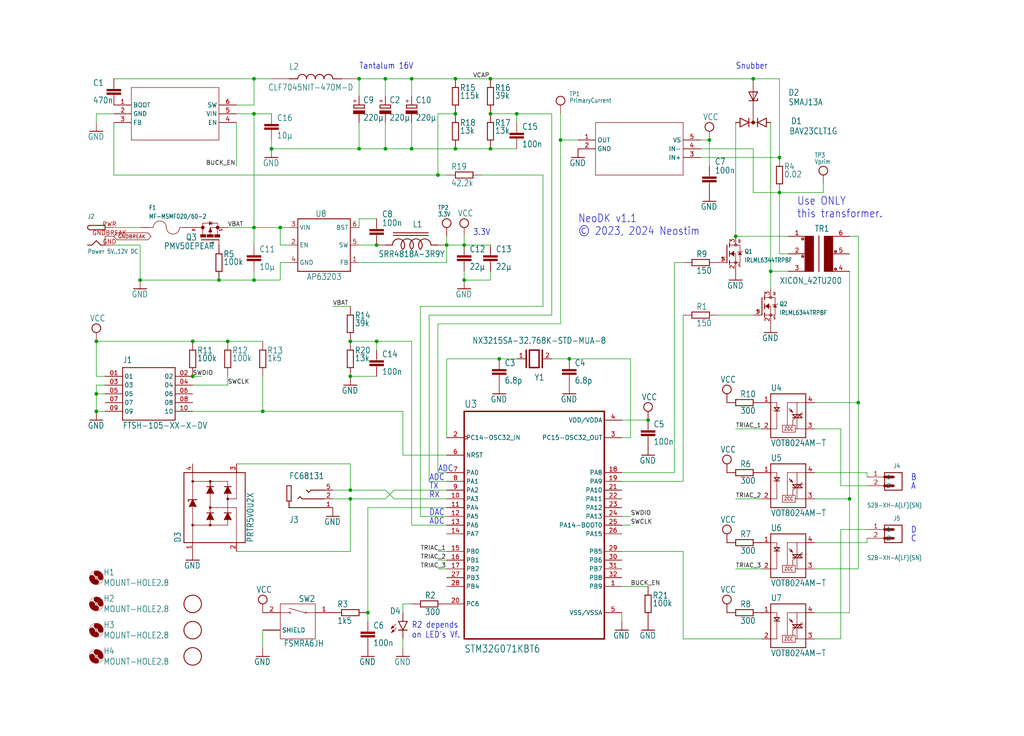
<source format=kicad_sch>
(kicad_sch (version 20231120) (generator "eeschema") (generator_version "8.0")
  (paper "User" 297.002 213.563)
  (junction (at 132.08 22.86))
  (junction (at 223.52 78.74))
  (junction (at 40.64 81.28))
  (junction (at 73.66 22.86))
  (junction (at 73.66 81.28))
  (junction (at 27.94 119.38))
  (junction (at 106.68 177.8))
  (junction (at 187.96 121.92))
  (junction (at 134.62 71.12))
  (junction (at 142.24 22.86))
  (junction (at 73.66 33.02))
  (junction (at 66.04 99.06))
  (junction (at 73.66 66.04))
  (junction (at 81.28 66.04))
  (junction (at 63.5 81.28))
  (junction (at 129.54 71.12))
  (junction (at 134.62 81.28))
  (junction (at 218.44 22.86))
  (junction (at 78.74 43.18))
  (junction (at 248.92 116.84))
  (junction (at 111.76 43.18))
  (junction (at 109.22 99.06))
  (junction (at 27.94 114.3))
  (junction (at 132.08 43.18))
  (junction (at 226.06 45.72))
  (junction (at 127 50.8))
  (junction (at 226.06 55.88))
  (junction (at 246.38 144.78))
  (junction (at 142.24 33.02))
  (junction (at 142.24 43.18))
  (junction (at 27.94 99.06))
  (junction (at 104.14 43.18))
  (junction (at 111.76 22.86))
  (junction (at 55.88 109.22))
  (junction (at 119.38 22.86))
  (junction (at 144.78 104.14))
  (junction (at 213.36 68.58))
  (junction (at 101.6 109.22))
  (junction (at 109.22 71.12))
  (junction (at 165.1 104.14))
  (junction (at 104.14 22.86))
  (junction (at 205.74 40.64))
  (junction (at 149.86 33.02))
  (junction (at 101.6 99.06))
  (junction (at 55.88 99.06))
  (junction (at 101.6 144.78))
  (junction (at 119.38 43.18))
  (junction (at 101.6 142.24))
  (junction (at 76.2 119.38))
  (junction (at 132.08 33.02))
  (junction (at 162.56 40.64))
  (wire (pts (xy 116.84 177.8) (xy 116.84 175.26)) (stroke (width 0.1524)))
  (wire (pts (xy 236.22 157.48) (xy 251.46 157.48)) (stroke (width 0.1524)))
  (wire (pts (xy 73.66 33.02) (xy 73.66 66.04)) (stroke (width 0.1524)))
  (wire (pts (xy 248.92 116.84) (xy 248.92 137.16)) (stroke (width 0.1524)))
  (wire (pts (xy 127 93.98) (xy 162.56 93.98)) (stroke (width 0.1524)))
  (wire (pts (xy 68.58 134.62) (xy 101.6 134.62)) (stroke (width 0.1524)))
  (wire (pts (xy 134.62 71.12) (xy 142.24 71.12)) (stroke (width 0.1524)))
  (wire (pts (xy 129.54 104.14) (xy 144.78 104.14)) (stroke (width 0.1524)))
  (wire (pts (xy 208.28 91.44) (xy 218.44 91.44)) (stroke (width 0.1524)))
  (wire (pts (xy 160.02 104.14) (xy 165.1 104.14)) (stroke (width 0.1524)))
  (wire (pts (xy 195.58 137.16) (xy 180.34 137.16)) (stroke (width 0.1524)))
  (wire (pts (xy 198.12 91.44) (xy 198.12 139.7)) (stroke (width 0.1524)))
  (wire (pts (xy 27.94 109.22) (xy 27.94 99.06)) (stroke (width 0.1524)))
  (wire (pts (xy 238.76 55.88) (xy 238.76 53.34)) (stroke (width 0.1524)))
  (wire (pts (xy 213.36 144.78) (xy 220.98 144.78)) (stroke (width 0.1524)))
  (wire (pts (xy 66.04 99.06) (xy 55.88 99.06)) (stroke (width 0.1524)))
  (wire (pts (xy 76.2 119.38) (xy 116.84 119.38)) (stroke (width 0.1524)))
  (wire (pts (xy 157.48 88.9) (xy 121.92 88.9)) (stroke (width 0.1524)))
  (wire (pts (xy 157.48 50.8) (xy 157.48 88.9)) (stroke (width 0.1524)))
  (wire (pts (xy 33.02 50.8) (xy 127 50.8)) (stroke (width 0.1524)))
  (wire (pts (xy 160.02 33.02) (xy 160.02 91.44)) (stroke (width 0.1524)))
  (wire (pts (xy 76.2 119.38) (xy 55.88 119.38)) (stroke (width 0.1524)))
  (wire (pts (xy 101.6 144.78) (xy 96.52 144.78)) (stroke (width 0.1524)))
  (wire (pts (xy 109.22 99.06) (xy 119.38 99.06)) (stroke (width 0.1524)))
  (wire (pts (xy 243.84 153.67) (xy 243.84 185.42)) (stroke (width 0.1524)))
  (wire (pts (xy 104.14 76.2) (xy 129.54 76.2)) (stroke (width 0.1524)))
  (wire (pts (xy 129.54 165.1) (xy 127 165.1)) (stroke (width 0.1524)))
  (wire (pts (xy 76.2 182.88) (xy 76.2 187.96)) (stroke (width 0.1524)))
  (wire (pts (xy 198.12 76.2) (xy 195.58 76.2)) (stroke (width 0.1524)))
  (wire (pts (xy 30.48 119.38) (xy 27.94 119.38)) (stroke (width 0.1524)))
  (wire (pts (xy 205.74 40.64) (xy 203.2 40.64)) (stroke (width 0.1524)))
  (wire (pts (xy 134.62 68.58) (xy 134.62 71.12)) (stroke (width 0.1524)))
  (wire (pts (xy 248.92 68.58) (xy 248.92 116.84)) (stroke (width 0.1524)))
  (wire (pts (xy 129.54 127) (xy 129.54 104.14)) (stroke (width 0.1524)))
  (wire (pts (xy 220.98 165.1) (xy 213.36 165.1)) (stroke (width 0.1524)))
  (wire (pts (xy 119.38 43.18) (xy 132.08 43.18)) (stroke (width 0.1524)))
  (wire (pts (xy 127 33.02) (xy 127 50.8)) (stroke (width 0.1524)))
  (wire (pts (xy 119.38 144.78) (xy 114.3 144.78)) (stroke (width 0.1524)))
  (wire (pts (xy 111.76 43.18) (xy 119.38 43.18)) (stroke (width 0.1524)))
  (wire (pts (xy 76.2 99.06) (xy 66.04 99.06)) (stroke (width 0.1524)))
  (wire (pts (xy 40.64 71.12) (xy 33.02 71.12)) (stroke (width 0.1524)))
  (wire (pts (xy 104.14 71.12) (xy 109.22 71.12)) (stroke (width 0.1524)))
  (wire (pts (xy 30.48 114.3) (xy 27.94 114.3)) (stroke (width 0.1524)))
  (wire (pts (xy 162.56 33.02) (xy 162.56 40.64)) (stroke (width 0.1524)))
  (wire (pts (xy 251.46 153.67) (xy 243.84 153.67)) (stroke (width 0.1524)))
  (wire (pts (xy 251.46 138.43) (xy 251.46 137.16)) (stroke (width 0.1524)))
  (wire (pts (xy 134.62 81.28) (xy 134.62 78.74)) (stroke (width 0.1524)))
  (wire (pts (xy 218.44 43.18) (xy 218.44 55.88)) (stroke (width 0.1524)))
  (wire (pts (xy 111.76 142.24) (xy 101.6 142.24)) (stroke (width 0.1524)))
  (wire (pts (xy 101.6 160.02) (xy 101.6 144.78)) (stroke (width 0.1524)))
  (wire (pts (xy 248.92 165.1) (xy 246.38 165.1)) (stroke (width 0.1524)))
  (wire (pts (xy 81.28 71.12) (xy 81.28 66.04)) (stroke (width 0.1524)))
  (wire (pts (xy 81.28 76.2) (xy 83.82 76.2)) (stroke (width 0.1524)))
  (wire (pts (xy 116.84 132.08) (xy 129.54 132.08)) (stroke (width 0.1524)))
  (wire (pts (xy 109.22 109.22) (xy 101.6 109.22)) (stroke (width 0.1524)))
  (wire (pts (xy 180.34 170.18) (xy 187.96 170.18)) (stroke (width 0.1524)))
  (wire (pts (xy 33.02 35.56) (xy 33.02 50.8)) (stroke (width 0.1524)))
  (wire (pts (xy 246.38 68.58) (xy 248.92 68.58)) (stroke (width 0.1524)))
  (wire (pts (xy 139.7 50.8) (xy 157.48 50.8)) (stroke (width 0.1524)))
  (wire (pts (xy 246.38 165.1) (xy 236.22 165.1)) (stroke (width 0.1524)))
  (wire (pts (xy 165.1 104.14) (xy 182.88 104.14)) (stroke (width 0.1524)))
  (wire (pts (xy 205.74 48.26) (xy 205.74 40.64)) (stroke (width 0.1524)))
  (wire (pts (xy 127 50.8) (xy 129.54 50.8)) (stroke (width 0.1524)))
  (wire (pts (xy 116.84 119.38) (xy 116.84 132.08)) (stroke (width 0.1524)))
  (wire (pts (xy 236.22 137.16) (xy 251.46 137.16)) (stroke (width 0.1524)))
  (wire (pts (xy 116.84 185.42) (xy 116.84 187.96)) (stroke (width 0.1524)))
  (wire (pts (xy 81.28 76.2) (xy 81.28 81.28)) (stroke (width 0.1524)))
  (wire (pts (xy 129.54 76.2) (xy 129.54 71.12)) (stroke (width 0.1524)))
  (wire (pts (xy 111.76 35.56) (xy 111.76 43.18)) (stroke (width 0.1524)))
  (wire (pts (xy 198.12 160.02) (xy 180.34 160.02)) (stroke (width 0.1524)))
  (wire (pts (xy 129.54 144.78) (xy 119.38 144.78)) (stroke (width 0.1524)))
  (wire (pts (xy 149.86 33.02) (xy 160.02 33.02)) (stroke (width 0.1524)))
  (wire (pts (xy 104.14 27.94) (xy 104.14 22.86)) (stroke (width 0.1524)))
  (wire (pts (xy 198.12 185.42) (xy 220.98 185.42)) (stroke (width 0.1524)))
  (wire (pts (xy 129.54 162.56) (xy 127 162.56)) (stroke (width 0.1524)))
  (wire (pts (xy 121.92 88.9) (xy 121.92 149.86)) (stroke (width 0.1524)))
  (wire (pts (xy 129.54 71.12) (xy 134.62 71.12)) (stroke (width 0.1524)))
  (wire (pts (xy 132.08 22.86) (xy 142.24 22.86)) (stroke (width 0.1524)))
  (wire (pts (xy 101.6 134.62) (xy 101.6 142.24)) (stroke (width 0.1524)))
  (wire (pts (xy 119.38 152.4) (xy 129.54 152.4)) (stroke (width 0.1524)))
  (wire (pts (xy 223.52 78.74) (xy 223.52 68.58)) (stroke (width 0.1524)))
  (wire (pts (xy 106.68 180.34) (xy 106.68 177.8)) (stroke (width 0.1524)))
  (wire (pts (xy 73.66 71.12) (xy 73.66 66.04)) (stroke (width 0.1524)))
  (wire (pts (xy 246.38 144.78) (xy 246.38 177.8)) (stroke (width 0.1524)))
  (wire (pts (xy 119.38 22.86) (xy 132.08 22.86)) (stroke (width 0.1524)))
  (wire (pts (xy 40.64 66.04) (xy 33.02 66.04)) (stroke (width 0.1524)))
  (wire (pts (xy 236.22 116.84) (xy 248.92 116.84)) (stroke (width 0.1524)))
  (wire (pts (xy 101.6 142.24) (xy 96.52 142.24)) (stroke (width 0.1524)))
  (wire (pts (xy 213.36 68.58) (xy 213.36 35.56)) (stroke (width 0.1524)))
  (wire (pts (xy 195.58 76.2) (xy 195.58 137.16)) (stroke (width 0.1524)))
  (wire (pts (xy 30.48 109.22) (xy 27.94 109.22)) (stroke (width 0.1524)))
  (wire (pts (xy 129.54 137.16) (xy 127 137.16)) (stroke (width 0.1524)))
  (wire (pts (xy 180.34 121.92) (xy 187.96 121.92)) (stroke (width 0.1524)))
  (wire (pts (xy 81.28 66.04) (xy 83.82 66.04)) (stroke (width 0.1524)))
  (wire (pts (xy 116.84 175.26) (xy 119.38 175.26)) (stroke (width 0.1524)))
  (wire (pts (xy 243.84 124.46) (xy 236.22 124.46)) (stroke (width 0.1524)))
  (wire (pts (xy 30.48 111.76) (xy 27.94 111.76)) (stroke (width 0.1524)))
  (wire (pts (xy 68.58 35.56) (xy 68.58 48.26)) (stroke (width 0.1524)))
  (wire (pts (xy 121.92 149.86) (xy 129.54 149.86)) (stroke (width 0.1524)))
  (wire (pts (xy 40.64 81.28) (xy 40.64 71.12)) (stroke (width 0.1524)))
  (wire (pts (xy 73.66 66.04) (xy 81.28 66.04)) (stroke (width 0.1524)))
  (wire (pts (xy 226.06 68.58) (xy 228.6 68.58)) (stroke (width 0.1524)))
  (wire (pts (xy 55.88 99.06) (xy 27.94 99.06)) (stroke (width 0.1524)))
  (wire (pts (xy 111.76 22.86) (xy 119.38 22.86)) (stroke (width 0.1524)))
  (wire (pts (xy 182.88 104.14) (xy 182.88 127)) (stroke (width 0.1524)))
  (wire (pts (xy 248.92 137.16) (xy 248.92 165.1)) (stroke (width 0.1524)))
  (wire (pts (xy 129.54 147.32) (xy 106.68 147.32)) (stroke (width 0.1524)))
  (wire (pts (xy 149.86 43.18) (xy 142.24 43.18)) (stroke (width 0.1524)))
  (wire (pts (xy 142.24 81.28) (xy 134.62 81.28)) (stroke (width 0.1524)))
  (wire (pts (xy 33.02 22.86) (xy 73.66 22.86)) (stroke (width 0.1524)))
  (wire (pts (xy 101.6 99.06) (xy 109.22 99.06)) (stroke (width 0.1524)))
  (wire (pts (xy 114.3 142.24) (xy 121.92 142.24)) (stroke (width 0.1524)))
  (wire (pts (xy 73.66 22.86) (xy 73.66 30.48)) (stroke (width 0.1524)))
  (wire (pts (xy 198.12 139.7) (xy 180.34 139.7)) (stroke (width 0.1524)))
  (wire (pts (xy 78.74 40.64) (xy 78.74 43.18)) (stroke (width 0.1524)))
  (wire (pts (xy 68.58 33.02) (xy 73.66 33.02)) (stroke (width 0.1524)))
  (wire (pts (xy 129.54 142.24) (xy 121.92 142.24)) (stroke (width 0.1524)))
  (wire (pts (xy 132.08 33.02) (xy 127 33.02)) (stroke (width 0.1524)))
  (wire (pts (xy 78.74 22.86) (xy 73.66 22.86)) (stroke (width 0.1524)))
  (wire (pts (xy 243.84 185.42) (xy 236.22 185.42)) (stroke (width 0.1524)))
  (wire (pts (xy 162.56 40.64) (xy 162.56 93.98)) (stroke (width 0.1524)))
  (wire (pts (xy 180.34 180.34) (xy 180.34 177.8)) (stroke (width 0.1524)))
  (wire (pts (xy 218.44 22.86) (xy 226.06 22.86)) (stroke (width 0.1524)))
  (wire (pts (xy 55.88 111.76) (xy 66.04 111.76)) (stroke (width 0.1524)))
  (wire (pts (xy 73.66 30.48) (xy 68.58 30.48)) (stroke (width 0.1524)))
  (wire (pts (xy 198.12 185.42) (xy 198.12 160.02)) (stroke (width 0.1524)))
  (wire (pts (xy 142.24 33.02) (xy 149.86 33.02)) (stroke (width 0.1524)))
  (wire (pts (xy 119.38 35.56) (xy 119.38 43.18)) (stroke (width 0.1524)))
  (wire (pts (xy 144.78 104.14) (xy 149.86 104.14)) (stroke (width 0.1524)))
  (wire (pts (xy 63.5 81.28) (xy 73.66 81.28)) (stroke (width 0.1524)))
  (wire (pts (xy 246.38 137.16) (xy 246.38 144.78)) (stroke (width 0.1524)))
  (wire (pts (xy 68.58 160.02) (xy 101.6 160.02)) (stroke (width 0.1524)))
  (wire (pts (xy 236.22 144.78) (xy 246.38 144.78)) (stroke (width 0.1524)))
  (wire (pts (xy 228.6 78.74) (xy 223.52 78.74)) (stroke (width 0.1524)))
  (wire (pts (xy 114.3 144.78) (xy 111.76 142.24)) (stroke (width 0.1524)))
  (wire (pts (xy 246.38 116.84) (xy 246.38 137.16)) (stroke (width 0.1524)))
  (wire (pts (xy 251.46 140.97) (xy 243.84 140.97)) (stroke (width 0.1524)))
  (wire (pts (xy 55.88 109.22) (xy 58.42 109.22)) (stroke (width 0.1524)))
  (wire (pts (xy 66.04 66.04) (xy 73.66 66.04)) (stroke (width 0.1524)))
  (wire (pts (xy 114.3 142.24) (xy 111.76 144.78)) (stroke (width 0.1524)))
  (wire (pts (xy 213.36 124.46) (xy 220.98 124.46)) (stroke (width 0.1524)))
  (wire (pts (xy 203.2 43.18) (xy 218.44 43.18)) (stroke (width 0.1524)))
  (wire (pts (xy 180.34 149.86) (xy 182.88 149.86)) (stroke (width 0.1524)))
  (wire (pts (xy 104.14 63.5) (xy 109.22 63.5)) (stroke (width 0.1524)))
  (wire (pts (xy 226.06 55.88) (xy 238.76 55.88)) (stroke (width 0.1524)))
  (wire (pts (xy 101.6 88.9) (xy 96.52 88.9)) (stroke (width 0.1524)))
  (wire (pts (xy 33.02 33.02) (xy 27.94 33.02)) (stroke (width 0.1524)))
  (wire (pts (xy 213.36 68.58) (xy 226.06 68.58)) (stroke (width 0.1524)))
  (wire (pts (xy 73.66 33.02) (xy 78.74 33.02)) (stroke (width 0.1524)))
  (wire (pts (xy 223.52 68.58) (xy 223.52 35.56)) (stroke (width 0.1524)))
  (wire (pts (xy 129.54 71.12) (xy 129.54 68.58)) (stroke (width 0.1524)))
  (wire (pts (xy 162.56 40.64) (xy 167.64 40.64)) (stroke (width 0.1524)))
  (wire (pts (xy 111.76 22.86) (xy 111.76 27.94)) (stroke (width 0.1524)))
  (wire (pts (xy 251.46 157.48) (xy 251.46 156.21)) (stroke (width 0.1524)))
  (wire (pts (xy 142.24 78.74) (xy 142.24 81.28)) (stroke (width 0.1524)))
  (wire (pts (xy 111.76 144.78) (xy 101.6 144.78)) (stroke (width 0.1524)))
  (wire (pts (xy 226.06 22.86) (xy 226.06 45.72)) (stroke (width 0.1524)))
  (wire (pts (xy 104.14 35.56) (xy 104.14 43.18)) (stroke (width 0.1524)))
  (wire (pts (xy 226.06 55.88) (xy 226.06 73.66)) (stroke (width 0.1524)))
  (wire (pts (xy 142.24 22.86) (xy 218.44 22.86)) (stroke (width 0.1524)))
  (wire (pts (xy 81.28 81.28) (xy 73.66 81.28)) (stroke (width 0.1524)))
  (wire (pts (xy 27.94 114.3) (xy 27.94 119.38)) (stroke (width 0.1524)))
  (wire (pts (xy 27.94 111.76) (xy 27.94 114.3)) (stroke (width 0.1524)))
  (wire (pts (xy 109.22 101.6) (xy 109.22 99.06)) (stroke (width 0.1524)))
  (wire (pts (xy 106.68 147.32) (xy 106.68 177.8)) (stroke (width 0.1524)))
  (wire (pts (xy 203.2 45.72) (xy 226.06 45.72)) (stroke (width 0.1524)))
  (wire (pts (xy 83.82 71.12) (xy 81.28 71.12)) (stroke (width 0.1524)))
  (wire (pts (xy 246.38 78.74) (xy 246.38 116.84)) (stroke (width 0.1524)))
  (wire (pts (xy 223.52 83.82) (xy 223.52 78.74)) (stroke (width 0.1524)))
  (wire (pts (xy 104.14 22.86) (xy 111.76 22.86)) (stroke (width 0.1524)))
  (wire (pts (xy 124.46 91.44) (xy 124.46 139.7)) (stroke (width 0.1524)))
  (wire (pts (xy 127 137.16) (xy 127 93.98)) (stroke (width 0.1524)))
  (wire (pts (xy 226.06 73.66) (xy 228.6 73.66)) (stroke (width 0.1524)))
  (wire (pts (xy 104.14 43.18) (xy 111.76 43.18)) (stroke (width 0.1524)))
  (wire (pts (xy 149.86 35.56) (xy 149.86 33.02)) (stroke (width 0.1524)))
  (wire (pts (xy 180.34 152.4) (xy 182.88 152.4)) (stroke (width 0.1524)))
  (wire (pts (xy 129.54 160.02) (xy 127 160.02)) (stroke (width 0.1524)))
  (wire (pts (xy 66.04 111.76) (xy 66.04 109.22)) (stroke (width 0.1524)))
  (wire (pts (xy 160.02 91.44) (xy 124.46 91.44)) (stroke (width 0.1524)))
  (wire (pts (xy 124.46 139.7) (xy 129.54 139.7)) (stroke (width 0.1524)))
  (wire (pts (xy 182.88 127) (xy 180.34 127)) (stroke (width 0.1524)))
  (wire (pts (xy 78.74 43.18) (xy 104.14 43.18)) (stroke (width 0.1524)))
  (wire (pts (xy 73.66 81.28) (xy 73.66 78.74)) (stroke (width 0.1524)))
  (wire (pts (xy 218.44 55.88) (xy 226.06 55.88)) (stroke (width 0.1524)))
  (wire (pts (xy 40.64 81.28) (xy 63.5 81.28)) (stroke (width 0.1524)))
  (wire (pts (xy 132.08 43.18) (xy 142.24 43.18)) (stroke (width 0.1524)))
  (wire (pts (xy 27.94 33.02) (xy 27.94 35.56)) (stroke (width 0.1524)))
  (wire (pts (xy 76.2 109.22) (xy 76.2 119.38)) (stroke (width 0.1524)))
  (wire (pts (xy 119.38 27.94) (xy 119.38 22.86)) (stroke (width 0.1524)))
  (wire (pts (xy 119.38 99.06) (xy 119.38 152.4)) (stroke (width 0.1524)))
  (wire (pts (xy 243.84 140.97) (xy 243.84 124.46)) (stroke (width 0.1524)))
  (wire (pts (xy 246.38 177.8) (xy 236.22 177.8)) (stroke (width 0.1524)))
  (wire (pts (xy 104.14 66.04) (xy 104.14 63.5)) (stroke (width 0.1524)))
  (text "A" (at 264.16 142.24 0) (effects (font (size 1.778 1.5113)) (justify left bottom)))
  (text "TX" (at 124.46 142.24 0) (effects (font (size 1.778 1.5113)) (justify left bottom)))
  (text "Tantalum 16V" (at 104.14 20.32 0) (effects (font (size 1.778 1.5113)) (justify left bottom)))
  (text "Snubber" (at 213.36 20.32 0) (effects (font (size 1.778 1.5113)) (justify left bottom)))
  (text "B" (at 264.16 139.7 0) (effects (font (size 1.778 1.5113)) (justify left bottom)))
  (text "ADC" (at 127 137.16 0) (effects (font (size 1.778 1.5113)) (justify left bottom)))
  (text "R2 depends\non LED's Vf." (at 119.38 185.42 0) (effects (font (size 1.778 1.5113)) (justify left bottom)))
  (text "D" (at 264.16 154.94 0) (effects (font (size 1.778 1.5113)) (justify left bottom)))
  (text "RX" (at 124.46 144.78 0) (effects (font (size 1.778 1.5113)) (justify left bottom)))
  (text "3.3V" (at 137.16 68.58 0) (effects (font (size 1.778 1.5113)) (justify left bottom)))
  (text "NeoDK v1.1\n© 2023, 2024 Neostim" (at 167.64 68.58 0) (effects (font (size 2.286 1.9431)) (justify left bottom)))
  (text "ADC" (at 124.46 139.7 0) (effects (font (size 1.778 1.5113)) (justify left bottom)))
  (text "ADC" (at 124.46 152.4 0) (effects (font (size 1.778 1.5113)) (justify left bottom)))
  (text "Use ONLY\nthis transformer." (at 231.14 63.5 0) (effects (font (size 2.286 1.9431)) (justify left bottom)))
  (text "C" (at 264.16 157.48 0) (effects (font (size 1.778 1.5113)) (justify left bottom)))
  (text "DAC" (at 124.46 149.86 0) (effects (font (size 1.778 1.5113)) (justify left bottom)))
  (label "SWCLK" (at 66.04 111.76 0) (effects (font (size 1.2446 1.2446))))
  (label "BUCK_EN" (at 59.69 48.26 0) (effects (font (size 1.2446 1.2446))))
  (label "TRIAC_3" (at 121.92 165.1 0) (effects (font (size 1.2446 1.2446))))
  (label "BUCK_EN" (at 182.88 170.18 0) (effects (font (size 1.2446 1.2446))))
  (label "SWDIO" (at 182.88 149.86 0) (effects (font (size 1.2446 1.2446))))
  (label "VBAT" (at 96.52 88.9 0) (effects (font (size 1.2446 1.2446))))
  (label "TRIAC_3" (at 213.36 165.1 0) (effects (font (size 1.2446 1.2446))))
  (label "VBAT" (at 66.04 66.04 0) (effects (font (size 1.2446 1.2446))))
  (label "TRIAC_2" (at 213.36 144.78 0) (effects (font (size 1.2446 1.2446))))
  (label "TRIAC_1" (at 121.92 160.02 0) (effects (font (size 1.2446 1.2446))))
  (label "TRIAC_1" (at 213.36 124.46 0) (effects (font (size 1.2446 1.2446))))
  (label "SWCLK" (at 182.88 152.4 0) (effects (font (size 1.2446 1.2446))))
  (label "VCAP" (at 137.16 22.86 0) (effects (font (size 1.2446 1.2446))))
  (label "SWDIO" (at 55.88 109.22 0) (effects (font (size 1.2446 1.2446))))
  (label "TRIAC_2" (at 121.92 162.56 0) (effects (font (size 1.2446 1.2446))))
  (global_label "GNDBREAK" (shape bidirectional) (at 33.02 68.58 0) (effects (font (size 1.016 1.016))) (property "Intersheetrefs" "${INTERSHEET_REFS}" (effects (hide yes))))
  (symbol (lib_id "neodk_v1-eagle-import:R-EU_R0603") (at 142.24 38.1 90) (unit 1)
    (property "Reference" "R17" (at 143.51 36.6014 90) (effects (font (size 1.778 1.5113)) (justify right top)))
    (property "Value" "13k" (at 143.51 38.862 90) (effects (font (size 1.778 1.5113)) (justify right top)))
    (property "Footprint" "neodk_v1:R0603" (effects (hide yes)))
  )
  (symbol (lib_id "neodk_v1-eagle-import:VCC") (at 210.82 175.26 0) (unit 1)
    (property "Reference" "#SUPPLY9" (effects (hide yes)))
    (property "Value" "VCC" (at 208.915 172.085 0) (effects (font (size 1.778 1.5113)) (justify left bottom)))
  )
  (symbol (lib_id "neodk_v1-eagle-import:CLF7045NIT-470M-D") (at 91.44 22.86 0) (unit 1)
    (property "Reference" "L2" (at 83.82 20.32 0) (effects (font (size 1.778 1.5113)) (justify left bottom)))
    (property "Value" "CLF7045NIT-470M-D" (at 77.724 24.384 0) (effects (font (size 1.778 1.5113)) (justify left top)))
    (property "Footprint" "neodk_v1:IND_CLF7045NIT-470M-D" (effects (hide yes)))
  )
  (symbol (lib_id "neodk_v1-eagle-import:VCC") (at 210.82 114.3 0) (unit 1)
    (property "Reference" "#SUPPLY6" (effects (hide yes)))
    (property "Value" "VCC" (at 208.915 111.125 0) (effects (font (size 1.778 1.5113)) (justify left bottom)))
  )
  (symbol (lib_id "neodk_v1-eagle-import:R-EU_R0603") (at 187.96 175.26 90) (unit 1)
    (property "Reference" "R21" (at 189.23 173.7614 90) (effects (font (size 1.778 1.5113)) (justify right top)))
    (property "Value" "100k" (at 189.23 176.022 90) (effects (font (size 1.778 1.5113)) (justify right top)))
    (property "Footprint" "neodk_v1:R0603" (effects (hide yes)))
  )
  (symbol (lib_id "neodk_v1-eagle-import:VCC") (at 27.94 96.52 0) (unit 1)
    (property "Reference" "#SUPPLY7" (effects (hide yes)))
    (property "Value" "VCC" (at 26.035 93.345 0) (effects (font (size 1.778 1.5113)) (justify left bottom)))
  )
  (symbol (lib_id "neodk_v1-eagle-import:R-EU_R1206") (at 226.06 50.8 90) (unit 1)
    (property "Reference" "R4" (at 227.33 49.3014 90) (effects (font (size 1.778 1.5113)) (justify right top)))
    (property "Value" "0.02" (at 227.33 51.562 90) (effects (font (size 1.778 1.5113)) (justify right top)))
    (property "Footprint" "neodk_v1:R1206" (effects (hide yes)))
    (property "OC_FARNELL" "3953982" (effects (hide yes)))
  )
  (symbol (lib_id "neodk_v1-eagle-import:S2B-XH-A(LF)(SN)") (at 259.08 139.7 0) (unit 1)
    (property "Reference" "J4" (at 259.08 135.89 0) (effects (font (size 1.272 1.0812)) (justify left bottom)))
    (property "Value" "S2B-XH-A(LF)(SN)" (at 251.46 147.32 0) (effects (font (size 1.2716 1.0808)) (justify left bottom)))
    (property "Footprint" "neodk_v1:JST_S2B-XH-A(LF)(SN)" (effects (hide yes)))
  )
  (symbol (lib_id "neodk_v1-eagle-import:SRR4818A-3R9Y") (at 119.38 71.12 0) (unit 1)
    (property "Reference" "L1" (at 119.634 66.04 0) (effects (font (size 1.778 1.5113)) (justify left bottom)))
    (property "Value" "SRR4818A-3R9Y" (at 109.728 74.676 0) (effects (font (size 1.778 1.5113)) (justify left bottom)))
    (property "Footprint" "neodk_v1:IND_SRR4818A-3R9Y" (effects (hide yes)))
  )
  (symbol (lib_id "neodk_v1-eagle-import:R-EU_R0603") (at 215.9 116.84 180) (unit 1)
    (property "Reference" "R10" (at 214.63 115.3414 0) (effects (font (size 1.778 1.5113)) (justify right top)))
    (property "Value" "300" (at 214.63 120.142 0) (effects (font (size 1.778 1.5113)) (justify right top)))
    (property "Footprint" "neodk_v1:R0603" (effects (hide yes)))
  )
  (symbol (lib_id "neodk_v1-eagle-import:AP63203") (at 93.98 71.12 0) (unit 1)
    (property "Reference" "U8" (at 91.44 62.992 0) (effects (font (size 1.778 1.5113)) (justify left bottom)))
    (property "Value" "AP63203" (at 88.9 81.28 0) (effects (font (size 1.778 1.5113)) (justify left bottom)))
    (property "Footprint" "neodk_v1:SOT23-6" (effects (hide yes)))
  )
  (symbol (lib_id "neodk_v1-eagle-import:C-EUC0603") (at 205.74 50.8 0) (unit 1)
    (property "Reference" "C7" (at 207.264 47.879 0) (effects (font (size 1.778 1.5113)) (justify left bottom)))
    (property "Value" "100n" (at 207.264 50.419 0) (effects (font (size 1.778 1.5113)) (justify left bottom)))
    (property "Footprint" "neodk_v1:C0603" (effects (hide yes)))
  )
  (symbol (lib_id "neodk_v1-eagle-import:GND") (at 213.36 81.28 0) (unit 1)
    (property "Reference" "#GND1" (effects (hide yes)))
    (property "Value" "GND" (at 210.82 83.82 0) (effects (font (size 1.778 1.5113)) (justify left bottom)))
  )
  (symbol (lib_id "neodk_v1-eagle-import:NX3215SA-32.768K-STD-MUA-8") (at 154.94 104.14 0) (unit 1)
    (property "Reference" "Y1" (at 154.9322 110.4842 0) (effects (font (size 1.7807 1.5135)) (justify left bottom)))
    (property "Value" "NX3215SA-32.768K-STD-MUA-8" (at 136.906 99.822 0) (effects (font (size 1.783 1.5155)) (justify left bottom)))
    (property "Footprint" "neodk_v1:XTAL_NX3215SA-32.768K-STD-MUA-8" (effects (hide yes)))
  )
  (symbol (lib_id "neodk_v1-eagle-import:GND") (at 167.64 45.72 0) (unit 1)
    (property "Reference" "#GND7" (effects (hide yes)))
    (property "Value" "GND" (at 165.1 48.26 0) (effects (font (size 1.778 1.5113)) (justify left bottom)))
  )
  (symbol (lib_id "neodk_v1-eagle-import:C-EUC0603") (at 149.86 38.1 0) (unit 1)
    (property "Reference" "C15" (at 151.384 37.719 0) (effects (font (size 1.778 1.5113)) (justify left bottom)))
    (property "Value" "100n" (at 151.384 42.799 0) (effects (font (size 1.778 1.5113)) (justify left bottom)))
    (property "Footprint" "neodk_v1:C0603" (effects (hide yes)))
  )
  (symbol (lib_id "neodk_v1-eagle-import:R-EU_R0603") (at 203.2 76.2 0) (unit 1)
    (property "Reference" "R9" (at 201.93 74.7014 0) (effects (font (size 1.778 1.5113)) (justify left bottom)))
    (property "Value" "150" (at 201.93 79.502 0) (effects (font (size 1.778 1.5113)) (justify left bottom)))
    (property "Footprint" "neodk_v1:R0603" (effects (hide yes)))
  )
  (symbol (lib_id "neodk_v1-eagle-import:XICON_42TU200") (at 236.22 73.66 0) (unit 1)
    (property "Reference" "TR1" (at 236.22 67.31 0) (effects (font (size 1.778 1.5113)) (justify left bottom)))
    (property "Value" "XICON_42TU200" (at 226.06 82.423 0) (effects (font (size 1.778 1.5113)) (justify left bottom)))
    (property "Footprint" "neodk_v1:42TUXXX" (effects (hide yes)))
  )
  (symbol (lib_id "neodk_v1-eagle-import:FIDUCIAL") (at 55.88 182.88 0) (unit 1)
    (property "Reference" "FID2" (effects (hide yes)))
    (property "Value" "FIDUCIAL" (effects (hide yes)))
    (property "Footprint" "neodk_v1:FIDUCIAL_1MM" (effects (hide yes)))
  )
  (symbol (lib_id "neodk_v1-eagle-import:TESTPOINTROUND1MM") (at 129.54 68.58 0) (unit 1)
    (property "Reference" "TP2" (at 127 60.96 0) (effects (font (size 1.27 1.0795)) (justify left bottom)))
    (property "Value" "3.3V" (at 127 62.865 0) (effects (font (size 1.27 1.0795)) (justify left bottom)))
    (property "Footprint" "neodk_v1:TESTPOINT_ROUND_1MM" (effects (hide yes)))
  )
  (symbol (lib_id "neodk_v1-eagle-import:C-EUC0603") (at 134.62 73.66 0) (unit 1)
    (property "Reference" "C12" (at 136.144 73.279 0) (effects (font (size 1.778 1.5113)) (justify left bottom)))
    (property "Value" "22µ" (at 136.144 78.359 0) (effects (font (size 1.778 1.5113)) (justify left bottom)))
    (property "Footprint" "neodk_v1:C0603" (effects (hide yes)))
  )
  (symbol (lib_id "neodk_v1-eagle-import:PMV50EPEAR") (at 60.96 68.58 270) (mirror x) (unit 1)
    (property "Reference" "Q3" (at 57.15 69.85 90) (effects (font (size 1.778 1.5113)) (justify right top)))
    (property "Value" "PMV50EPEAR" (at 62.23 72.39 90) (effects (font (size 1.778 1.5113)) (justify right top)))
    (property "Footprint" "neodk_v1:SOT23" (effects (hide yes)))
  )
  (symbol (lib_id "neodk_v1-eagle-import:FIDUCIAL") (at 55.88 175.26 0) (unit 1)
    (property "Reference" "FID1" (effects (hide yes)))
    (property "Value" "FIDUCIAL" (effects (hide yes)))
    (property "Footprint" "neodk_v1:FIDUCIAL_1MM" (effects (hide yes)))
  )
  (symbol (lib_id "neodk_v1-eagle-import:MOUNT-HOLE2.8") (at 27.94 175.26 0) (unit 1)
    (property "Reference" "H2" (at 29.972 174.6758 0) (effects (font (size 1.778 1.5113)) (justify left bottom)))
    (property "Value" "MOUNT-HOLE2.8" (at 29.972 177.7238 0) (effects (font (size 1.778 1.5113)) (justify left bottom)))
    (property "Footprint" "neodk_v1:2,8" (effects (hide yes)))
  )
  (symbol (lib_id "neodk_v1-eagle-import:VCC") (at 187.96 119.38 0) (unit 1)
    (property "Reference" "#SUPPLY5" (effects (hide yes)))
    (property "Value" "VCC" (at 186.055 116.205 0) (effects (font (size 1.778 1.5113)) (justify left bottom)))
  )
  (symbol (lib_id "neodk_v1-eagle-import:GND") (at 76.2 190.5 0) (unit 1)
    (property "Reference" "#GND3" (effects (hide yes)))
    (property "Value" "GND" (at 73.66 193.04 0) (effects (font (size 1.778 1.5113)) (justify left bottom)))
  )
  (symbol (lib_id "neodk_v1-eagle-import:VOT8024AM-T") (at 228.6 139.7 0) (unit 1)
    (property "Reference" "U5" (at 223.52 133.858 0) (effects (font (size 1.778 1.5113)) (justify left bottom)))
    (property "Value" "VOT8024AM-T" (at 223.52 149.86 0) (effects (font (size 1.778 1.5113)) (justify left bottom)))
    (property "Footprint" "neodk_v1:SOP254P675X240-4N" (effects (hide yes)))
  )
  (symbol (lib_id "neodk_v1-eagle-import:GND") (at 27.94 38.1 0) (unit 1)
    (property "Reference" "#GND16" (effects (hide yes)))
    (property "Value" "GND" (at 25.4 40.64 0) (effects (font (size 1.778 1.5113)) (justify left bottom)))
  )
  (symbol (lib_id "neodk_v1-eagle-import:GND") (at 116.84 190.5 0) (unit 1)
    (property "Reference" "#GND15" (effects (hide yes)))
    (property "Value" "GND" (at 114.3 193.04 0) (effects (font (size 1.778 1.5113)) (justify left bottom)))
  )
  (symbol (lib_id "neodk_v1-eagle-import:GND") (at 205.74 58.42 0) (unit 1)
    (property "Reference" "#GND8" (effects (hide yes)))
    (property "Value" "GND" (at 203.2 60.96 0) (effects (font (size 1.778 1.5113)) (justify left bottom)))
  )
  (symbol (lib_id "neodk_v1-eagle-import:DCBARRELPTH") (at 30.48 68.58 0) (unit 1)
    (property "Reference" "J2" (at 25.4 63.5 0) (effects (font (size 1.27 1.0795)) (justify left bottom)))
    (property "Value" "Power 5V..12V DC" (at 25.4 73.66 0) (effects (font (size 1.27 1.0795)) (justify left bottom)))
    (property "Footprint" "neodk_v1:DCJACK_2MM_PTH" (effects (hide yes)))
  )
  (symbol (lib_id "neodk_v1-eagle-import:C-EUC0603") (at 142.24 73.66 0) (unit 1)
    (property "Reference" "C13" (at 143.764 73.279 0) (effects (font (size 1.778 1.5113)) (justify left bottom)))
    (property "Value" "22µ" (at 143.764 78.359 0) (effects (font (size 1.778 1.5113)) (justify left bottom)))
    (property "Footprint" "neodk_v1:C0603" (effects (hide yes)))
  )
  (symbol (lib_id "neodk_v1-eagle-import:C-EUC0603") (at 165.1 106.68 0) (unit 1)
    (property "Reference" "C4" (at 166.624 106.299 0) (effects (font (size 1.778 1.5113)) (justify left bottom)))
    (property "Value" "6.8p" (at 166.624 111.379 0) (effects (font (size 1.778 1.5113)) (justify left bottom)))
    (property "Footprint" "neodk_v1:C0603" (effects (hide yes)))
    (property "OC_FARNELL" "721943" (effects (hide yes)))
  )
  (symbol (lib_id "neodk_v1-eagle-import:R-EU_R0603") (at 203.2 91.44 0) (unit 1)
    (property "Reference" "R1" (at 201.93 89.9414 0) (effects (font (size 1.778 1.5113)) (justify left bottom)))
    (property "Value" "150" (at 201.93 94.742 0) (effects (font (size 1.778 1.5113)) (justify left bottom)))
    (property "Footprint" "neodk_v1:R0603" (effects (hide yes)))
  )
  (symbol (lib_id "neodk_v1-eagle-import:C-EUC0603") (at 187.96 124.46 0) (unit 1)
    (property "Reference" "C5" (at 189.484 124.079 0) (effects (font (size 1.778 1.5113)) (justify left bottom)))
    (property "Value" "100n" (at 189.484 129.159 0) (effects (font (size 1.778 1.5113)) (justify left bottom)))
    (property "Footprint" "neodk_v1:C0603" (effects (hide yes)))
  )
  (symbol (lib_id "neodk_v1-eagle-import:R-EU_R0603") (at 55.88 104.14 90) (unit 1)
    (property "Reference" "R11" (at 57.15 102.6414 90) (effects (font (size 1.778 1.5113)) (justify right top)))
    (property "Value" "100k" (at 57.15 104.902 90) (effects (font (size 1.778 1.5113)) (justify right top)))
    (property "Footprint" "neodk_v1:R0603" (effects (hide yes)))
  )
  (symbol (lib_id "neodk_v1-eagle-import:CPOL-EUSMCD") (at 119.38 30.48 0) (unit 1)
    (property "Reference" "C10" (at 120.523 29.9974 0) (effects (font (size 1.778 1.5113)) (justify left bottom)))
    (property "Value" "220µ" (at 120.523 35.0774 0) (effects (font (size 1.778 1.5113)) (justify left bottom)))
    (property "Footprint" "neodk_v1:SMC_D" (effects (hide yes)))
    (property "MP" "TPSE227M016R0150" (effects (hide yes)))
    (property "OC_FARNELL" "2852794" (effects (hide yes)))
  )
  (symbol (lib_id "neodk_v1-eagle-import:R-EU_R0603") (at 215.9 177.8 180) (unit 1)
    (property "Reference" "R8" (at 214.63 176.3014 0) (effects (font (size 1.778 1.5113)) (justify right top)))
    (property "Value" "300" (at 214.63 181.102 0) (effects (font (size 1.778 1.5113)) (justify right top)))
    (property "Footprint" "neodk_v1:R0603" (effects (hide yes)))
  )
  (symbol (lib_id "neodk_v1-eagle-import:R-EU_R0603") (at 101.6 93.98 90) (unit 1)
    (property "Reference" "R14" (at 102.87 92.4814 90) (effects (font (size 1.778 1.5113)) (justify right top)))
    (property "Value" "39k" (at 102.87 94.742 90) (effects (font (size 1.778 1.5113)) (justify right top)))
    (property "Footprint" "neodk_v1:R0603" (effects (hide yes)))
  )
  (symbol (lib_id "neodk_v1-eagle-import:C-EUC0603") (at 144.78 106.68 0) (unit 1)
    (property "Reference" "C3" (at 146.304 106.299 0) (effects (font (size 1.778 1.5113)) (justify left bottom)))
    (property "Value" "6.8p" (at 146.304 111.379 0) (effects (font (size 1.778 1.5113)) (justify left bottom)))
    (property "Footprint" "neodk_v1:C0603" (effects (hide yes)))
    (property "OC_FARNELL" "721943" (effects (hide yes)))
  )
  (symbol (lib_id "neodk_v1-eagle-import:GND") (at 180.34 182.88 0) (unit 1)
    (property "Reference" "#GND4" (effects (hide yes)))
    (property "Value" "GND" (at 177.8 185.42 0) (effects (font (size 1.778 1.5113)) (justify left bottom)))
  )
  (symbol (lib_id "neodk_v1-eagle-import:FC68131") (at 88.9 147.32 0) (mirror x) (unit 1)
    (property "Reference" "J3" (at 83.82 149.86 0) (effects (font (size 1.778 1.5113)) (justify left bottom)))
    (property "Value" "FC68131" (at 83.82 137.16 0) (effects (font (size 1.778 1.5113)) (justify left bottom)))
    (property "Footprint" "neodk_v1:CLIFF_FC68131" (effects (hide yes)))
  )
  (symbol (lib_id "neodk_v1-eagle-import:DIODE-2AC|CASOT23") (at 218.44 35.56 0) (unit 1)
    (property "Reference" "D1" (at 229.362 36.0934 0) (effects (font (size 1.778 1.5113)) (justify left bottom)))
    (property "Value" "BAV23CLT1G" (at 228.854 39.0144 0) (effects (font (size 1.778 1.5113)) (justify left bottom)))
    (property "Footprint" "neodk_v1:SOT23" (effects (hide yes)))
    (property "OC_FARNELL" "2630280" (effects (hide yes)))
  )
  (symbol (lib_id "neodk_v1-eagle-import:STM32G071KBT6") (at 154.94 152.4 0) (unit 1)
    (property "Reference" "U3" (at 134.62 118.38 0) (effects (font (size 2.0828 1.7703)) (justify left bottom)))
    (property "Value" "STM32G071KBT6" (at 134.62 189.42 0) (effects (font (size 2.0828 1.7703)) (justify left bottom)))
    (property "Footprint" "neodk_v1:QFP80P900X900X160-32N" (effects (hide yes)))
    (property "OC_FARNELL" "3009964" (effects (hide yes)))
  )
  (symbol (lib_id "neodk_v1-eagle-import:GND") (at 187.96 132.08 0) (unit 1)
    (property "Reference" "#GND6" (effects (hide yes)))
    (property "Value" "GND" (at 185.42 134.62 0) (effects (font (size 1.778 1.5113)) (justify left bottom)))
  )
  (symbol (lib_id "neodk_v1-eagle-import:VCC") (at 205.74 38.1 0) (unit 1)
    (property "Reference" "#SUPPLY4" (effects (hide yes)))
    (property "Value" "VCC" (at 203.835 34.925 0) (effects (font (size 1.778 1.5113)) (justify left bottom)))
  )
  (symbol (lib_id "neodk_v1-eagle-import:CPOL-EUSMCD") (at 111.76 30.48 0) (unit 1)
    (property "Reference" "C2" (at 112.903 29.9974 0) (effects (font (size 1.778 1.5113)) (justify left bottom)))
    (property "Value" "220µ" (at 112.903 35.0774 0) (effects (font (size 1.778 1.5113)) (justify left bottom)))
    (property "Footprint" "neodk_v1:SMC_D" (effects (hide yes)))
    (property "MP" "TPSE227M016R0150" (effects (hide yes)))
    (property "OC_FARNELL" "2852794" (effects (hide yes)))
  )
  (symbol (lib_id "neodk_v1-eagle-import:GND") (at 27.94 121.92 0) (unit 1)
    (property "Reference" "#GND12" (effects (hide yes)))
    (property "Value" "GND" (at 25.4 124.46 0) (effects (font (size 1.778 1.5113)) (justify left bottom)))
  )
  (symbol (lib_id "neodk_v1-eagle-import:VCC") (at 210.82 154.94 0) (unit 1)
    (property "Reference" "#SUPPLY8" (effects (hide yes)))
    (property "Value" "VCC" (at 208.915 151.765 0) (effects (font (size 1.778 1.5113)) (justify left bottom)))
  )
  (symbol (lib_id "neodk_v1-eagle-import:SMAJ13A") (at 218.44 27.94 90) (unit 1)
    (property "Reference" "D2" (at 228.6035 27.816 90) (effects (font (size 1.7807 1.5135)) (justify right top)))
    (property "Value" "SMAJ13A" (at 228.6053 30.599 90) (effects (font (size 1.7822 1.5148)) (justify right top)))
    (property "Footprint" "neodk_v1:DIOM4325X250N" (effects (hide yes)))
  )
  (symbol (lib_id "neodk_v1-eagle-import:CPOL-EUSMCD") (at 104.14 30.48 0) (unit 1)
    (property "Reference" "C9" (at 105.283 29.9974 0) (effects (font (size 1.778 1.5113)) (justify left bottom)))
    (property "Value" "220µ" (at 105.283 35.0774 0) (effects (font (size 1.778 1.5113)) (justify left bottom)))
    (property "Footprint" "neodk_v1:SMC_D" (effects (hide yes)))
    (property "MP" "TPSE227M016R0150" (effects (hide yes)))
    (property "OC_FARNELL" "2852794" (effects (hide yes)))
  )
  (symbol (lib_id "neodk_v1-eagle-import:GND") (at 101.6 111.76 0) (unit 1)
    (property "Reference" "#GND20" (effects (hide yes)))
    (property "Value" "GND" (at 99.06 114.3 0) (effects (font (size 1.778 1.5113)) (justify left bottom)))
  )
  (symbol (lib_id "neodk_v1-eagle-import:MOUNT-HOLE2.8") (at 27.94 190.5 0) (unit 1)
    (property "Reference" "H4" (at 29.972 189.9158 0) (effects (font (size 1.778 1.5113)) (justify left bottom)))
    (property "Value" "MOUNT-HOLE2.8" (at 29.972 192.9638 0) (effects (font (size 1.778 1.5113)) (justify left bottom)))
    (property "Footprint" "neodk_v1:2,8" (effects (hide yes)))
  )
  (symbol (lib_id "neodk_v1-eagle-import:GND") (at 144.78 114.3 0) (unit 1)
    (property "Reference" "#GND10" (effects (hide yes)))
    (property "Value" "GND" (at 142.24 116.84 0) (effects (font (size 1.778 1.5113)) (justify left bottom)))
  )
  (symbol (lib_id "neodk_v1-eagle-import:R-EU_R0603") (at 215.9 157.48 180) (unit 1)
    (property "Reference" "R7" (at 214.63 155.9814 0) (effects (font (size 1.778 1.5113)) (justify right top)))
    (property "Value" "300" (at 214.63 160.782 0) (effects (font (size 1.778 1.5113)) (justify right top)))
    (property "Footprint" "neodk_v1:R0603" (effects (hide yes)))
  )
  (symbol (lib_id "neodk_v1-eagle-import:R-EU_R0603") (at 132.08 27.94 90) (unit 1)
    (property "Reference" "R15" (at 133.35 26.4414 90) (effects (font (size 1.778 1.5113)) (justify right top)))
    (property "Value" "115k" (at 133.35 28.702 90) (effects (font (size 1.778 1.5113)) (justify right top)))
    (property "Footprint" "neodk_v1:R0603" (effects (hide yes)))
  )
  (symbol (lib_id "neodk_v1-eagle-import:MOUNT-HOLE2.8") (at 27.94 182.88 0) (unit 1)
    (property "Reference" "H3" (at 29.972 182.2958 0) (effects (font (size 1.778 1.5113)) (justify left bottom)))
    (property "Value" "MOUNT-HOLE2.8" (at 29.972 185.3438 0) (effects (font (size 1.778 1.5113)) (justify left bottom)))
    (property "Footprint" "neodk_v1:2,8" (effects (hide yes)))
  )
  (symbol (lib_id "neodk_v1-eagle-import:VOT8024AM-T") (at 228.6 160.02 0) (unit 1)
    (property "Reference" "U6" (at 223.52 154.178 0) (effects (font (size 1.778 1.5113)) (justify left bottom)))
    (property "Value" "VOT8024AM-T" (at 223.52 170.18 0) (effects (font (size 1.778 1.5113)) (justify left bottom)))
    (property "Footprint" "neodk_v1:SOP254P675X240-4N" (effects (hide yes)))
  )
  (symbol (lib_id "neodk_v1-eagle-import:GND") (at 187.96 182.88 0) (unit 1)
    (property "Reference" "#GND18" (effects (hide yes)))
    (property "Value" "GND" (at 185.42 185.42 0) (effects (font (size 1.778 1.5113)) (justify left bottom)))
  )
  (symbol (lib_id "neodk_v1-eagle-import:INA180A1IDBVR") (at 165.1 40.64 0) (unit 1)
    (property "Reference" "U2" (effects (hide yes)))
    (property "Value" "INA180A1IDBVR" (effects (hide yes)))
    (property "Footprint" "neodk_v1:DBV5" (effects (hide yes)))
    (property "MP" "INA180A1IDBVR" (effects (hide yes)))
  )
  (symbol (lib_id "neodk_v1-eagle-import:TESTPOINTROUND1MM") (at 162.56 33.02 0) (unit 1)
    (property "Reference" "TP1" (at 165.1 27.94 0) (effects (font (size 1.27 1.0795)) (justify left bottom)))
    (property "Value" "PrimaryCurrent" (at 165.1 29.845 0) (effects (font (size 1.27 1.0795)) (justify left bottom)))
    (property "Footprint" "neodk_v1:TESTPOINT_ROUND_1MM" (effects (hide yes)))
  )
  (symbol (lib_id "neodk_v1-eagle-import:GND") (at 40.64 83.82 0) (unit 1)
    (property "Reference" "#GND13" (effects (hide yes)))
    (property "Value" "GND" (at 38.1 86.36 0) (effects (font (size 1.778 1.5113)) (justify left bottom)))
  )
  (symbol (lib_id "neodk_v1-eagle-import:C-EUC0603") (at 73.66 73.66 0) (unit 1)
    (property "Reference" "C11" (at 75.184 73.279 0) (effects (font (size 1.778 1.5113)) (justify left bottom)))
    (property "Value" "10µ" (at 75.184 78.359 0) (effects (font (size 1.778 1.5113)) (justify left bottom)))
    (property "Footprint" "neodk_v1:C0603" (effects (hide yes)))
  )
  (symbol (lib_id "neodk_v1-eagle-import:GND") (at 78.74 45.72 0) (unit 1)
    (property "Reference" "#GND14" (effects (hide yes)))
    (property "Value" "GND" (at 76.2 48.26 0) (effects (font (size 1.778 1.5113)) (justify left bottom)))
  )
  (symbol (lib_id "neodk_v1-eagle-import:FTSH-105-XX-X-DV") (at 43.18 114.3 0) (unit 1)
    (property "Reference" "J1" (at 35.56 105.41 0) (effects (font (size 1.778 1.5113)) (justify left bottom)))
    (property "Value" "FTSH-105-XX-X-DV" (at 35.56 124.46 0) (effects (font (size 1.778 1.5113)) (justify left bottom)))
    (property "Footprint" "neodk_v1:SAMTEC_FTSH-105-XX-X-DV" (effects (hide yes)))
  )
  (symbol (lib_id "neodk_v1-eagle-import:MF-MSMF020/60-2") (at 48.26 66.04 0) (unit 1)
    (property "Reference" "F1" (at 43.18 60.96 0) (effects (font (size 1.27 1.0795)) (justify left bottom)))
    (property "Value" "MF-MSMF020/60-2" (at 43.18 63.5 0) (effects (font (size 1.27 1.0795)) (justify left bottom)))
    (property "Footprint" "neodk_v1:FUSER_MF-MSMF020_60-2" (effects (hide yes)))
  )
  (symbol (lib_id "neodk_v1-eagle-import:R-EU_R0603") (at 124.46 175.26 0) (unit 1)
    (property "Reference" "R2" (at 123.19 173.7614 0) (effects (font (size 1.778 1.5113)) (justify left bottom)))
    (property "Value" "300" (at 123.19 178.562 0) (effects (font (size 1.778 1.5113)) (justify left bottom)))
    (property "Footprint" "neodk_v1:R0603" (effects (hide yes)))
  )
  (symbol (lib_id "neodk_v1-eagle-import:R-EU_R0603") (at 142.24 27.94 90) (unit 1)
    (property "Reference" "R16" (at 143.51 26.4414 90) (effects (font (size 1.778 1.5113)) (justify right top)))
    (property "Value" "39k" (at 143.51 28.702 90) (effects (font (size 1.778 1.5113)) (justify right top)))
    (property "Footprint" "neodk_v1:R0603" (effects (hide yes)))
  )
  (symbol (lib_id "neodk_v1-eagle-import:VOT8024AM-T") (at 228.6 180.34 0) (unit 1)
    (property "Reference" "U7" (at 223.52 174.498 0) (effects (font (size 1.778 1.5113)) (justify left bottom)))
    (property "Value" "VOT8024AM-T" (at 223.52 190.5 0) (effects (font (size 1.778 1.5113)) (justify left bottom)))
    (property "Footprint" "neodk_v1:SOP254P675X240-4N" (effects (hide yes)))
  )
  (symbol (lib_id "neodk_v1-eagle-import:FIDUCIAL") (at 55.88 190.5 0) (unit 1)
    (property "Reference" "FID3" (effects (hide yes)))
    (property "Value" "FIDUCIAL" (effects (hide yes)))
    (property "Footprint" "neodk_v1:FIDUCIAL_1MM" (effects (hide yes)))
  )
  (symbol (lib_id "neodk_v1-eagle-import:R-EU_R0603") (at 134.62 50.8 0) (unit 1)
    (property "Reference" "R19" (at 130.81 49.3014 0) (effects (font (size 1.778 1.5113)) (justify left bottom)))
    (property "Value" "42.2k" (at 130.81 54.102 0) (effects (font (size 1.778 1.5113)) (justify left bottom)))
    (property "Footprint" "neodk_v1:R0603" (effects (hide yes)))
  )
  (symbol (lib_id "neodk_v1-eagle-import:GND") (at 223.52 96.52 0) (unit 1)
    (property "Reference" "#GND2" (effects (hide yes)))
    (property "Value" "GND" (at 220.98 99.06 0) (effects (font (size 1.778 1.5113)) (justify left bottom)))
  )
  (symbol (lib_id "neodk_v1-eagle-import:R-EU_R0603") (at 63.5 76.2 90) (unit 1)
    (property "Reference" "R5" (at 64.77 74.7014 90) (effects (font (size 1.778 1.5113)) (justify right top)))
    (property "Value" "100k" (at 64.77 76.962 90) (effects (font (size 1.778 1.5113)) (justify right top)))
    (property "Footprint" "neodk_v1:R0603" (effects (hide yes)))
  )
  (symbol (lib_id "neodk_v1-eagle-import:C-EUC0603") (at 109.22 66.04 0) (unit 1)
    (property "Reference" "C8" (at 110.744 63.119 0) (effects (font (size 1.778 1.5113)) (justify left bottom)))
    (property "Value" "100n" (at 110.744 65.659 0) (effects (font (size 1.778 1.5113)) (justify left bottom)))
    (property "Footprint" "neodk_v1:C0603" (effects (hide yes)))
  )
  (symbol (lib_id "neodk_v1-eagle-import:GND") (at 96.52 149.86 0) (unit 1)
    (property "Reference" "#GND11" (effects (hide yes)))
    (property "Value" "GND" (at 93.98 152.4 0) (effects (font (size 1.778 1.5113)) (justify left bottom)))
  )
  (symbol (lib_id "neodk_v1-eagle-import:GND") (at 55.88 162.56 0) (unit 1)
    (property "Reference" "#GND5" (effects (hide yes)))
    (property "Value" "GND" (at 53.34 165.1 0) (effects (font (size 1.778 1.5113)) (justify left bottom)))
  )
  (symbol (lib_id "neodk_v1-eagle-import:GND") (at 165.1 114.3 0) (unit 1)
    (property "Reference" "#GND9" (effects (hide yes)))
    (property "Value" "GND" (at 162.56 116.84 0) (effects (font (size 1.778 1.5113)) (justify left bottom)))
  )
  (symbol (lib_id "neodk_v1-eagle-import:PRTR5V0U2X") (at 60.96 147.32 90) (unit 1)
    (property "Reference" "D3" (at 52.4902 157.4847 0) (effects (font (size 1.7812 1.514)) (justify left bottom)))
    (property "Value" "PRTR5V0U2X" (at 73.5703 157.4829 0) (effects (font (size 1.78 1.513)) (justify left bottom)))
    (property "Footprint" "neodk_v1:SOT190P230X110-4N" (effects (hide yes)))
  )
  (symbol (lib_id "neodk_v1-eagle-import:VCC") (at 210.82 134.62 0) (unit 1)
    (property "Reference" "#SUPPLY13" (effects (hide yes)))
    (property "Value" "VCC" (at 208.915 131.445 0) (effects (font (size 1.778 1.5113)) (justify left bottom)))
  )
  (symbol (lib_id "neodk_v1-eagle-import:SGM61410XN6G/TR") (at 30.48 30.48 0) (unit 1)
    (property "Reference" "U1" (effects (hide yes)))
    (property "Value" "SGM61410XN6G/TR" (effects (hide yes)))
    (property "Footprint" "neodk_v1:SOT-23-6_SNC" (effects (hide yes)))
  )
  (symbol (lib_id "neodk_v1-eagle-import:TESTPOINTROUND1MM") (at 238.76 53.34 0) (unit 1)
    (property "Reference" "TP3" (at 236.22 45.72 0) (effects (font (size 1.27 1.0795)) (justify left bottom)))
    (property "Value" "Vprim" (at 236.22 47.625 0) (effects (font (size 1.27 1.0795)) (justify left bottom)))
    (property "Footprint" "neodk_v1:TESTPOINT_ROUND_1MM" (effects (hide yes)))
  )
  (symbol (lib_id "neodk_v1-eagle-import:VCC") (at 76.2 175.26 0) (unit 1)
    (property "Reference" "#SUPPLY2" (effects (hide yes)))
    (property "Value" "VCC" (at 74.295 172.085 0) (effects (font (size 1.778 1.5113)) (justify left bottom)))
  )
  (symbol (lib_id "neodk_v1-eagle-import:MOUNT-HOLE2.8") (at 27.94 167.64 0) (unit 1)
    (property "Reference" "H1" (at 29.972 167.0558 0) (effects (font (size 1.778 1.5113)) (justify left bottom)))
    (property "Value" "MOUNT-HOLE2.8" (at 29.972 170.1038 0) (effects (font (size 1.778 1.5113)) (justify left bottom)))
    (property "Footprint" "neodk_v1:2,8" (effects (hide yes)))
  )
  (symbol (lib_id "neodk_v1-eagle-import:R-EU_R0603") (at 132.08 38.1 90) (unit 1)
    (property "Reference" "R18" (at 133.35 36.6014 90) (effects (font (size 1.778 1.5113)) (justify right top)))
    (property "Value" "13k" (at 133.35 38.862 90) (effects (font (size 1.778 1.5113)) (justify right top)))
    (property "Footprint" "neodk_v1:R0603" (effects (hide yes)))
  )
  (symbol (lib_id "neodk_v1-eagle-import:LEDCHIP-LED0805") (at 116.84 180.34 0) (unit 1)
    (property "Reference" "D4" (at 113.03 178.308 0) (effects (font (size 1.778 1.5113)) (justify left bottom)))
    (property "Value" "LEDCHIP-LED0805" (effects (hide yes)))
    (property "Footprint" "neodk_v1:CHIP-LED0805" (effects (hide yes)))
  )
  (symbol (lib_id "neodk_v1-eagle-import:VOT8024AM-T") (at 228.6 119.38 0) (unit 1)
    (property "Reference" "U4" (at 223.52 113.538 0) (effects (font (size 1.778 1.5113)) (justify left bottom)))
    (property "Value" "VOT8024AM-T" (at 223.52 129.54 0) (effects (font (size 1.778 1.5113)) (justify left bottom)))
    (property "Footprint" "neodk_v1:SOP254P675X240-4N" (effects (hide yes)))
  )
  (symbol (lib_id "neodk_v1-eagle-import:GND") (at 106.68 190.5 0) (unit 1)
    (property "Reference" "#GND17" (effects (hide yes)))
    (property "Value" "GND" (at 104.14 193.04 0) (effects (font (size 1.778 1.5113)) (justify left bottom)))
  )
  (symbol (lib_id "neodk_v1-eagle-import:R-EU_R0603") (at 101.6 177.8 0) (unit 1)
    (property "Reference" "R3" (at 97.79 176.3014 0) (effects (font (size 1.778 1.5113)) (justify left bottom)))
    (property "Value" "1k5" (at 97.79 181.102 0) (effects (font (size 1.778 1.5113)) (justify left bottom)))
    (property "Footprint" "neodk_v1:R0603" (effects (hide yes)))
  )
  (symbol (lib_id "neodk_v1-eagle-import:FSMRA6JH") (at 86.36 180.34 0) (mirror y) (unit 1)
    (property "Reference" "SW2" (at 91.4517 174.7407 0) (effects (font (size 1.7835 1.5159)) (justify left bottom)))
    (property "Value" "FSMRA6JH" (at 93.9865 187.7155 0) (effects (font (size 1.784 1.5164)) (justify left bottom)))
    (property "Footprint" "neodk_v1:TE_FSMRA6JH" (effects (hide yes)))
    (property "OC_FARNELL" "1555989" (effects (hide yes)))
  )
  (symbol (lib_id "neodk_v1-eagle-import:R-EU_R0603") (at 76.2 104.14 90) (unit 1)
    (property "Reference" "R13" (at 77.47 102.6414 90) (effects (font (size 1.778 1.5113)) (justify right top)))
    (property "Value" "1k5" (at 77.47 104.902 90) (effects (font (size 1.778 1.5113)) (justify right top)))
    (property "Footprint" "neodk_v1:R0603" (effects (hide yes)))
  )
  (symbol (lib_id "neodk_v1-eagle-import:C-EUC0603") (at 109.22 104.14 0) (unit 1)
    (property "Reference" "C14" (at 110.744 103.759 0) (effects (font (size 1.778 1.5113)) (justify left bottom)))
    (property "Value" "100n" (at 110.744 108.839 0) (effects (font (size 1.778 1.5113)) (justify left bottom)))
    (property "Footprint" "neodk_v1:C0603" (effects (hide yes)))
  )
  (symbol (lib_id "neodk_v1-eagle-import:MOSFET-NREFLOW") (at 220.98 88.9 0) (unit 1)
    (property "Reference" "Q2" (at 226.06 88.9 0) (effects (font (size 1.27 1.0795)) (justify left bottom)))
    (property "Value" "IRLML6344TRPBF" (at 226.06 91.44 0) (effects (font (size 1.27 1.0795)) (justify left bottom)))
    (property "Footprint" "neodk_v1:SOT23" (effects (hide yes)))
    (property "OC_FARNELL" "1857299" (effects (hide yes)))
  )
  (symbol (lib_id "neodk_v1-eagle-import:C-EUC0603") (at 78.74 35.56 0) (unit 1)
    (property "Reference" "C16" (at 80.264 35.179 0) (effects (font (size 1.778 1.5113)) (justify left bottom)))
    (property "Value" "10µ" (at 80.264 40.259 0) (effects (font (size 1.778 1.5113)) (justify left bottom)))
    (property "Footprint" "neodk_v1:C0603" (effects (hide yes)))
  )
  (symbol (lib_id "neodk_v1-eagle-import:MOSFET-NREFLOW") (at 210.82 73.66 0) (unit 1)
    (property "Reference" "Q1" (at 215.9 73.66 0) (effects (font (size 1.27 1.0795)) (justify left bottom)))
    (property "Value" "IRLML6344TRPBF" (at 215.9 76.2 0) (effects (font (size 1.27 1.0795)) (justify left bottom)))
    (property "Footprint" "neodk_v1:SOT23" (effects (hide yes)))
    (property "OC_FARNELL" "1857299" (effects (hide yes)))
  )
  (symbol (lib_id "neodk_v1-eagle-import:S2B-XH-A(LF)(SN)") (at 259.08 154.94 0) (unit 1)
    (property "Reference" "J5" (at 259.08 151.13 0) (effects (font (size 1.272 1.0812)) (justify left bottom)))
    (property "Value" "S2B-XH-A(LF)(SN)" (at 251.46 162.56 0) (effects (font (size 1.2716 1.0808)) (justify left bottom)))
    (property "Footprint" "neodk_v1:JST_S2B-XH-A(LF)(SN)" (effects (hide yes)))
  )
  (symbol (lib_id "neodk_v1-eagle-import:VCC") (at 134.62 66.04 0) (unit 1)
    (property "Reference" "#SUPPLY1" (effects (hide yes)))
    (property "Value" "VCC" (at 132.715 62.865 0) (effects (font (size 1.778 1.5113)) (justify left bottom)))
  )
  (symbol (lib_id "neodk_v1-eagle-import:C-EUC0603") (at 106.68 182.88 0) (unit 1)
    (property "Reference" "C6" (at 108.204 182.499 0) (effects (font (size 1.778 1.5113)) (justify left bottom)))
    (property "Value" "100n" (at 108.204 187.579 0) (effects (font (size 1.778 1.5113)) (justify left bottom)))
    (property "Footprint" "neodk_v1:C0603" (effects (hide yes)))
  )
  (symbol (lib_id "neodk_v1-eagle-import:R-EU_R0603") (at 66.04 104.14 90) (unit 1)
    (property "Reference" "R12" (at 67.31 102.6414 90) (effects (font (size 1.778 1.5113)) (justify right top)))
    (property "Value" "100k" (at 67.31 104.902 90) (effects (font (size 1.778 1.5113)) (justify right top)))
    (property "Footprint" "neodk_v1:R0603" (effects (hide yes)))
  )
  (symbol (lib_id "neodk_v1-eagle-import:R-EU_R0603") (at 101.6 104.14 90) (unit 1)
    (property "Reference" "R20" (at 102.87 102.6414 90) (effects (font (size 1.778 1.5113)) (justify right top)))
    (property "Value" "13k" (at 102.87 104.902 90) (effects (font (size 1.778 1.5113)) (justify right top)))
    (property "Footprint" "neodk_v1:R0603" (effects (hide yes)))
  )
  (symbol (lib_id "neodk_v1-eagle-import:GND") (at 134.62 83.82 0) (unit 1)
    (property "Reference" "#GND19" (effects (hide yes)))
    (property "Value" "GND" (at 132.08 86.36 0) (effects (font (size 1.778 1.5113)) (justify left bottom)))
  )
  (symbol (lib_id "neodk_v1-eagle-import:R-EU_R0603") (at 215.9 137.16 180) (unit 1)
    (property "Reference" "R6" (at 214.63 135.6614 0) (effects (font (size 1.778 1.5113)) (justify right top)))
    (property "Value" "300" (at 214.63 140.462 0) (effects (font (size 1.778 1.5113)) (justify right top)))
    (property "Footprint" "neodk_v1:R0603" (effects (hide yes)))
  )
  (symbol (lib_id "neodk_v1-eagle-import:C-EUC0603") (at 33.02 25.4 0) (unit 1)
    (property "Reference" "C1" (at 26.924 25.019 0) (effects (font (size 1.778 1.5113)) (justify left bottom)))
    (property "Value" "470n" (at 26.924 30.099 0) (effects (font (size 1.778 1.5113)) (justify left bottom)))
    (property "Footprint" "neodk_v1:C0603" (effects (hide yes)))
  )
)
</source>
